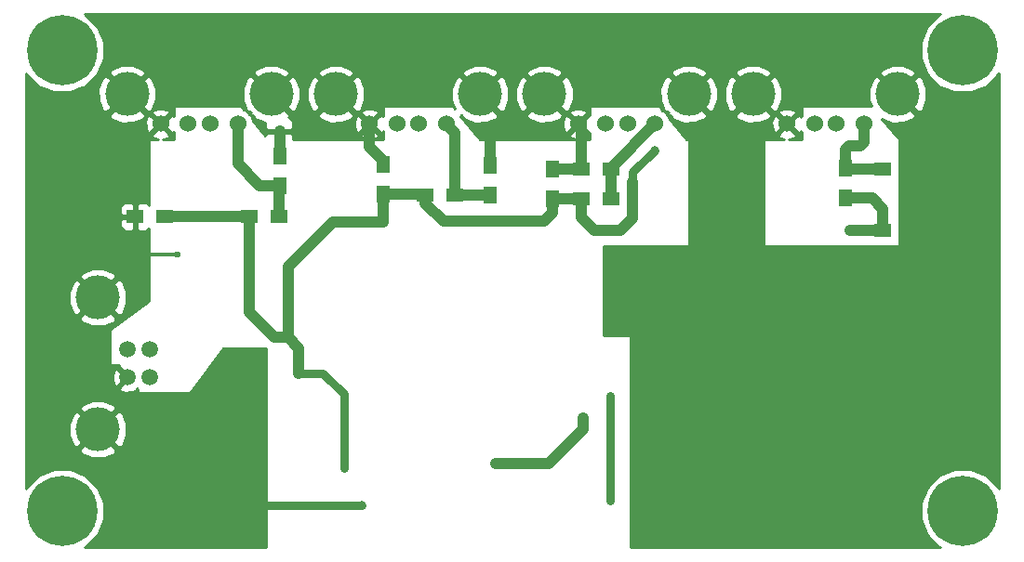
<source format=gbr>
%TF.GenerationSoftware,KiCad,Pcbnew,(2017-10-23 revision a562525)-master*%
%TF.CreationDate,2017-11-11T10:42:01+01:00*%
%TF.ProjectId,USB-Hub V2.0,5553422D4875622056322E302E6B6963,a*%
%TF.SameCoordinates,Original*%
%TF.FileFunction,Copper,L2,Bot,Signal*%
%TF.FilePolarity,Positive*%
%FSLAX46Y46*%
G04 Gerber Fmt 4.6, Leading zero omitted, Abs format (unit mm)*
G04 Created by KiCad (PCBNEW (2017-10-23 revision a562525)-master) date Saturday, 11. November 2017 'u42' 10:42:01*
%MOMM*%
%LPD*%
G01*
G04 APERTURE LIST*
%TA.AperFunction,ComponentPad*%
%ADD10C,1.500000*%
%TD*%
%TA.AperFunction,ComponentPad*%
%ADD11C,4.000000*%
%TD*%
%TA.AperFunction,ComponentPad*%
%ADD12C,1.524000*%
%TD*%
%TA.AperFunction,SMDPad,CuDef*%
%ADD13R,1.500000X1.300000*%
%TD*%
%TA.AperFunction,SMDPad,CuDef*%
%ADD14R,1.300000X1.500000*%
%TD*%
%TA.AperFunction,ComponentPad*%
%ADD15C,6.400000*%
%TD*%
%TA.AperFunction,ViaPad*%
%ADD16C,0.800000*%
%TD*%
%TA.AperFunction,ViaPad*%
%ADD17C,0.600000*%
%TD*%
%TA.AperFunction,Conductor*%
%ADD18C,0.750000*%
%TD*%
%TA.AperFunction,Conductor*%
%ADD19C,1.000000*%
%TD*%
%TA.AperFunction,Conductor*%
%ADD20C,0.350000*%
%TD*%
%TA.AperFunction,Conductor*%
%ADD21C,0.254000*%
%TD*%
G04 APERTURE END LIST*
D10*
%TO.P,J1,1*%
%TO.N,VBUS_UP_P*%
X96975500Y-98786000D03*
%TO.P,J1,2*%
%TO.N,/USB_D_1-*%
X96975500Y-96286000D03*
%TO.P,J1,4*%
%TO.N,GND*%
X94975500Y-98806000D03*
%TO.P,J1,3*%
%TO.N,/USB_D_1+*%
X94975500Y-96286000D03*
D11*
%TO.P,J1,4*%
%TO.N,GND*%
X92265500Y-103556000D03*
X92265500Y-91516000D03*
%TD*%
%TO.P,J6,4*%
%TO.N,GND*%
X165070000Y-73000000D03*
X151930000Y-73000000D03*
D12*
%TO.P,J6,1*%
%TO.N,Net-(C10-Pad1)*%
X162000000Y-75700000D03*
%TO.P,J6,2*%
%TO.N,/DM4_3-*%
X159500000Y-75700000D03*
%TO.P,J6,3*%
%TO.N,/DM4_3+*%
X157500000Y-75700000D03*
%TO.P,J6,4*%
%TO.N,GND*%
X155000000Y-75700000D03*
%TD*%
D11*
%TO.P,J7,4*%
%TO.N,GND*%
X146070000Y-73000000D03*
X132930000Y-73000000D03*
D12*
%TO.P,J7,1*%
%TO.N,Net-(C11-Pad1)*%
X143000000Y-75700000D03*
%TO.P,J7,2*%
%TO.N,/DM3_3-*%
X140500000Y-75700000D03*
%TO.P,J7,3*%
%TO.N,/DM3_3+*%
X138500000Y-75700000D03*
%TO.P,J7,4*%
%TO.N,GND*%
X136000000Y-75700000D03*
%TD*%
D11*
%TO.P,J8,4*%
%TO.N,GND*%
X127070000Y-73000000D03*
X113930000Y-73000000D03*
D12*
%TO.P,J8,1*%
%TO.N,Net-(C12-Pad1)*%
X124000000Y-75700000D03*
%TO.P,J8,2*%
%TO.N,/DM2_3-*%
X121500000Y-75700000D03*
%TO.P,J8,3*%
%TO.N,/DM2_3+*%
X119500000Y-75700000D03*
%TO.P,J8,4*%
%TO.N,GND*%
X117000000Y-75700000D03*
%TD*%
D11*
%TO.P,J9,4*%
%TO.N,GND*%
X108070000Y-73000000D03*
X94930000Y-73000000D03*
D12*
%TO.P,J9,1*%
%TO.N,Net-(C13-Pad1)*%
X105000000Y-75700000D03*
%TO.P,J9,2*%
%TO.N,/DM1_3-*%
X102500000Y-75700000D03*
%TO.P,J9,3*%
%TO.N,/DM1_3+*%
X100500000Y-75700000D03*
%TO.P,J9,4*%
%TO.N,GND*%
X98000000Y-75700000D03*
%TD*%
D13*
%TO.P,C6,2*%
%TO.N,VCC_5V*%
X163750000Y-85394800D03*
%TO.P,C6,1*%
%TO.N,GND*%
X166450000Y-85394800D03*
%TD*%
D14*
%TO.P,C7,2*%
%TO.N,VCC_5V*%
X133629400Y-82553800D03*
%TO.P,C7,1*%
%TO.N,GND*%
X133629400Y-79853800D03*
%TD*%
%TO.P,C8,1*%
%TO.N,GND*%
X118262400Y-79422000D03*
%TO.P,C8,2*%
%TO.N,VCC_5V*%
X118262400Y-82122000D03*
%TD*%
D13*
%TO.P,C9,1*%
%TO.N,GND*%
X95678000Y-84175600D03*
%TO.P,C9,2*%
%TO.N,VCC_5V*%
X98378000Y-84175600D03*
%TD*%
%TO.P,C10,2*%
%TO.N,GND*%
X166450000Y-79806800D03*
%TO.P,C10,1*%
%TO.N,Net-(C10-Pad1)*%
X163750000Y-79806800D03*
%TD*%
%TO.P,C11,1*%
%TO.N,Net-(C11-Pad1)*%
X138967200Y-79832200D03*
%TO.P,C11,2*%
%TO.N,GND*%
X136267200Y-79832200D03*
%TD*%
D14*
%TO.P,C12,1*%
%TO.N,Net-(C12-Pad1)*%
X128016000Y-82223600D03*
%TO.P,C12,2*%
%TO.N,GND*%
X128016000Y-79523600D03*
%TD*%
%TO.P,C13,2*%
%TO.N,GND*%
X108813600Y-78660000D03*
%TO.P,C13,1*%
%TO.N,Net-(C13-Pad1)*%
X108813600Y-81360000D03*
%TD*%
D15*
%TO.P,J2,1*%
%TO.N,Net-(J2-Pad1)*%
X171000000Y-69000000D03*
%TD*%
%TO.P,J3,1*%
%TO.N,Net-(J3-Pad1)*%
X89000000Y-69000000D03*
%TD*%
%TO.P,J4,1*%
%TO.N,Net-(J4-Pad1)*%
X171000000Y-111000000D03*
%TD*%
%TO.P,J5,1*%
%TO.N,Net-(J5-Pad1)*%
X89000000Y-111000000D03*
%TD*%
D14*
%TO.P,L1,1*%
%TO.N,VCC_5V*%
X160324800Y-82477600D03*
%TO.P,L1,2*%
%TO.N,Net-(C10-Pad1)*%
X160324800Y-79777600D03*
%TD*%
D13*
%TO.P,L2,1*%
%TO.N,VCC_5V*%
X136267200Y-82575400D03*
%TO.P,L2,2*%
%TO.N,Net-(C11-Pad1)*%
X138967200Y-82575400D03*
%TD*%
%TO.P,L3,2*%
%TO.N,Net-(C12-Pad1)*%
X124794000Y-82194400D03*
%TO.P,L3,1*%
%TO.N,VCC_5V*%
X122094000Y-82194400D03*
%TD*%
%TO.P,L4,2*%
%TO.N,Net-(C13-Pad1)*%
X108792000Y-84175600D03*
%TO.P,L4,1*%
%TO.N,VCC_5V*%
X106092000Y-84175600D03*
%TD*%
D16*
%TO.N,VCC_5V*%
X142951200Y-78105000D03*
X160705800Y-85420200D03*
X118262400Y-84632800D03*
D17*
X101498400Y-84175600D03*
X114681000Y-107061000D03*
X110553500Y-98425000D03*
D16*
%TO.N,GND*%
X147574000Y-82931000D03*
X161163000Y-87376000D03*
X116332000Y-110490000D03*
D17*
X99517200Y-87630000D03*
D16*
X106730800Y-102057200D03*
D17*
X107124500Y-105283000D03*
X100457000Y-101155500D03*
X105283000Y-98425000D03*
X141922500Y-105918000D03*
X140906500Y-90297000D03*
X150558500Y-92583000D03*
D16*
%TO.N,VCC33*%
X136448800Y-102514400D03*
X128473200Y-106629200D03*
D17*
%TO.N,OVC*%
X138887200Y-100482400D03*
X138887200Y-110083600D03*
%TD*%
D18*
%TO.N,VCC_5V*%
X140944600Y-80111600D02*
X142951200Y-78105000D01*
X140944600Y-81051400D02*
X140944600Y-80111600D01*
D19*
X136267200Y-82575400D02*
X136267200Y-84225400D01*
X136267200Y-84225400D02*
X137462000Y-85420200D01*
X137462000Y-85420200D02*
X139801600Y-85420200D01*
X139801600Y-85420200D02*
X140944600Y-84277200D01*
X140944600Y-84277200D02*
X140944600Y-81051400D01*
X122094000Y-82194400D02*
X122094000Y-82927200D01*
X122094000Y-82927200D02*
X123723400Y-84556600D01*
X123723400Y-84556600D02*
X132867400Y-84556600D01*
X132867400Y-84556600D02*
X133629400Y-83794600D01*
X133629400Y-83794600D02*
X133629400Y-82553800D01*
X133629400Y-82553800D02*
X136245600Y-82553800D01*
X136245600Y-82553800D02*
X136267200Y-82575400D01*
X160705800Y-85420200D02*
X163724600Y-85420200D01*
X163724600Y-85420200D02*
X163750000Y-85394800D01*
X162763200Y-82473800D02*
X163750000Y-83460600D01*
X163750000Y-83460600D02*
X163750000Y-85394800D01*
X161978600Y-82473800D02*
X162763200Y-82473800D01*
X160324800Y-82477600D02*
X161974800Y-82477600D01*
X161974800Y-82477600D02*
X161978600Y-82473800D01*
X118262400Y-82122000D02*
X122021600Y-82122000D01*
X122021600Y-82122000D02*
X122094000Y-82194400D01*
X118262400Y-84632800D02*
X118262400Y-82122000D01*
X109575600Y-95148400D02*
X109575600Y-88747600D01*
X109575600Y-88747600D02*
X113690400Y-84632800D01*
X113690400Y-84632800D02*
X118262400Y-84632800D01*
X106092000Y-84175600D02*
X106092000Y-92884000D01*
X106092000Y-92884000D02*
X108356400Y-95148400D01*
X108356400Y-95148400D02*
X109575600Y-95148400D01*
X109575600Y-95148400D02*
X110553500Y-96126300D01*
X110553500Y-96126300D02*
X110553500Y-98425000D01*
X106092000Y-84175600D02*
X101498400Y-84175600D01*
X101498400Y-84175600D02*
X98378000Y-84175600D01*
D18*
X114681000Y-107061000D02*
X114681000Y-100330000D01*
X114681000Y-100330000D02*
X112776000Y-98425000D01*
X112776000Y-98425000D02*
X110553500Y-98425000D01*
D19*
%TO.N,GND*%
X136267200Y-79832200D02*
X136267200Y-75967200D01*
X136267200Y-75967200D02*
X136000000Y-75700000D01*
X133629400Y-79853800D02*
X136245600Y-79853800D01*
X136245600Y-79853800D02*
X136267200Y-79832200D01*
X128016000Y-77773600D02*
X128016000Y-76555600D01*
X128016000Y-79523600D02*
X128016000Y-77773600D01*
X118262400Y-79422000D02*
X118262400Y-79095600D01*
X118262400Y-79095600D02*
X117000000Y-77833200D01*
X117000000Y-77833200D02*
X117000000Y-75700000D01*
X108813600Y-78660000D02*
X108813600Y-76352400D01*
D18*
X116332000Y-110490000D02*
X106426000Y-110490000D01*
D20*
X99517200Y-87630000D02*
X96570800Y-87630000D01*
D19*
%TO.N,VCC33*%
X136448800Y-103530400D02*
X136448800Y-102514400D01*
X133350000Y-106629200D02*
X136448800Y-103530400D01*
X128473200Y-106629200D02*
X133350000Y-106629200D01*
%TO.N,Net-(C10-Pad1)*%
X161671000Y-77673200D02*
X162000000Y-77344200D01*
X162000000Y-77344200D02*
X162000000Y-75700000D01*
X160679200Y-77673200D02*
X161671000Y-77673200D01*
X160324800Y-79777600D02*
X160324800Y-78027600D01*
X160324800Y-78027600D02*
X160679200Y-77673200D01*
X163750000Y-79806800D02*
X160354000Y-79806800D01*
X160354000Y-79806800D02*
X160324800Y-79777600D01*
%TO.N,Net-(C11-Pad1)*%
X138967200Y-79832200D02*
X138967200Y-79732800D01*
X138967200Y-79732800D02*
X143000000Y-75700000D01*
X138967200Y-82575400D02*
X138967200Y-79832200D01*
%TO.N,Net-(C12-Pad1)*%
X124794000Y-82194400D02*
X127986800Y-82194400D01*
X127986800Y-82194400D02*
X128016000Y-82223600D01*
X124794000Y-82194400D02*
X124794000Y-76494000D01*
X124794000Y-76494000D02*
X124000000Y-75700000D01*
%TO.N,Net-(C13-Pad1)*%
X108813600Y-81360000D02*
X107014000Y-81360000D01*
X107014000Y-81360000D02*
X105000000Y-79346000D01*
X108792000Y-84175600D02*
X108792000Y-81381600D01*
D18*
X108792000Y-81381600D02*
X108813600Y-81360000D01*
D19*
X105000000Y-79346000D02*
X105000000Y-75700000D01*
D18*
%TO.N,OVC*%
X138887200Y-110083600D02*
X138887200Y-100482400D01*
%TD*%
D21*
%TO.N,GND*%
G36*
X168830485Y-65746950D02*
X167750741Y-66824811D01*
X167165667Y-68233825D01*
X167164336Y-69759482D01*
X167746950Y-71169515D01*
X168824811Y-72249259D01*
X170233825Y-72834333D01*
X171759482Y-72835664D01*
X173169515Y-72253050D01*
X174249259Y-71175189D01*
X174290000Y-71077074D01*
X174290000Y-108919911D01*
X174253050Y-108830485D01*
X173175189Y-107750741D01*
X171766175Y-107165667D01*
X170240518Y-107164336D01*
X168830485Y-107746950D01*
X167750741Y-108824811D01*
X167165667Y-110233825D01*
X167164336Y-111759482D01*
X167746950Y-113169515D01*
X168824811Y-114249259D01*
X168922926Y-114290000D01*
X165227000Y-114290000D01*
X165227000Y-77216000D01*
X165217333Y-77167399D01*
X165197564Y-77134697D01*
X163637734Y-75262901D01*
X164567012Y-75639119D01*
X165615247Y-75630713D01*
X166544647Y-75245743D01*
X166765416Y-74875022D01*
X165070000Y-73179605D01*
X165055858Y-73193748D01*
X164876252Y-73014142D01*
X164890395Y-73000000D01*
X165249605Y-73000000D01*
X166945022Y-74695416D01*
X167315743Y-74474647D01*
X167709119Y-73502988D01*
X167700713Y-72454753D01*
X167315743Y-71525353D01*
X166945022Y-71304584D01*
X165249605Y-73000000D01*
X164890395Y-73000000D01*
X163194978Y-71304584D01*
X162824257Y-71525353D01*
X162430881Y-72497012D01*
X162439287Y-73545247D01*
X162669492Y-74101010D01*
X162657564Y-74086697D01*
X162619024Y-74055549D01*
X162560000Y-74041000D01*
X156464000Y-74041000D01*
X156415399Y-74050667D01*
X156374197Y-74078197D01*
X156346667Y-74119399D01*
X156337000Y-74168000D01*
X156337000Y-74887037D01*
X156316371Y-74907630D01*
X156256630Y-75051503D01*
X156222397Y-74968857D01*
X155980213Y-74899392D01*
X155179605Y-75700000D01*
X155980213Y-76500608D01*
X156222397Y-76431143D01*
X156253974Y-76342633D01*
X156314990Y-76490303D01*
X156337000Y-76512351D01*
X156337000Y-77089000D01*
X155194766Y-77089000D01*
X155347368Y-77081362D01*
X155731143Y-76922397D01*
X155800608Y-76680213D01*
X155000000Y-75879605D01*
X154199392Y-76680213D01*
X154268857Y-76922397D01*
X154735839Y-77089000D01*
X145855483Y-77089000D01*
X144328213Y-75256276D01*
X144185892Y-74911832D01*
X144261834Y-74987774D01*
X144374585Y-74875023D01*
X144595353Y-75245743D01*
X145567012Y-75639119D01*
X146615247Y-75630713D01*
X147544647Y-75245743D01*
X147765416Y-74875022D01*
X150234584Y-74875022D01*
X150455353Y-75245743D01*
X151427012Y-75639119D01*
X152475247Y-75630713D01*
X152809400Y-75492302D01*
X153590856Y-75492302D01*
X153618638Y-76047368D01*
X153777603Y-76431143D01*
X154019787Y-76500608D01*
X154820395Y-75700000D01*
X154019787Y-74899392D01*
X153777603Y-74968857D01*
X153590856Y-75492302D01*
X152809400Y-75492302D01*
X153404647Y-75245743D01*
X153625416Y-74875022D01*
X153470182Y-74719787D01*
X154199392Y-74719787D01*
X155000000Y-75520395D01*
X155800608Y-74719787D01*
X155731143Y-74477603D01*
X155207698Y-74290856D01*
X154652632Y-74318638D01*
X154268857Y-74477603D01*
X154199392Y-74719787D01*
X153470182Y-74719787D01*
X151930000Y-73179605D01*
X150234584Y-74875022D01*
X147765416Y-74875022D01*
X146070000Y-73179605D01*
X146055858Y-73193748D01*
X145876252Y-73014142D01*
X145890395Y-73000000D01*
X146249605Y-73000000D01*
X147945022Y-74695416D01*
X148315743Y-74474647D01*
X148709119Y-73502988D01*
X148701052Y-72497012D01*
X149290881Y-72497012D01*
X149299287Y-73545247D01*
X149684257Y-74474647D01*
X150054978Y-74695416D01*
X151750395Y-73000000D01*
X152109605Y-73000000D01*
X153805022Y-74695416D01*
X154175743Y-74474647D01*
X154569119Y-73502988D01*
X154560713Y-72454753D01*
X154175743Y-71525353D01*
X153805022Y-71304584D01*
X152109605Y-73000000D01*
X151750395Y-73000000D01*
X150054978Y-71304584D01*
X149684257Y-71525353D01*
X149290881Y-72497012D01*
X148701052Y-72497012D01*
X148700713Y-72454753D01*
X148315743Y-71525353D01*
X147945022Y-71304584D01*
X146249605Y-73000000D01*
X145890395Y-73000000D01*
X144194978Y-71304584D01*
X143824257Y-71525353D01*
X143430881Y-72497012D01*
X143439287Y-73545247D01*
X143824257Y-74474647D01*
X144194977Y-74695415D01*
X144082942Y-74807450D01*
X143792370Y-74516371D01*
X143668902Y-74465103D01*
X143353564Y-74086697D01*
X143315024Y-74055549D01*
X143256000Y-74041000D01*
X137160000Y-74041000D01*
X137111399Y-74050667D01*
X137070197Y-74078197D01*
X137042667Y-74119399D01*
X137033000Y-74168000D01*
X137033000Y-74914533D01*
X136980213Y-74899392D01*
X136179605Y-75700000D01*
X136980213Y-76500608D01*
X137033000Y-76485467D01*
X137033000Y-77089000D01*
X136194766Y-77089000D01*
X136347368Y-77081362D01*
X136731143Y-76922397D01*
X136800608Y-76680213D01*
X136000000Y-75879605D01*
X135199392Y-76680213D01*
X135268857Y-76922397D01*
X135735839Y-77089000D01*
X127059483Y-77089000D01*
X125287267Y-74962341D01*
X125374585Y-74875023D01*
X125595353Y-75245743D01*
X126567012Y-75639119D01*
X127615247Y-75630713D01*
X128544647Y-75245743D01*
X128765416Y-74875022D01*
X131234584Y-74875022D01*
X131455353Y-75245743D01*
X132427012Y-75639119D01*
X133475247Y-75630713D01*
X133809400Y-75492302D01*
X134590856Y-75492302D01*
X134618638Y-76047368D01*
X134777603Y-76431143D01*
X135019787Y-76500608D01*
X135820395Y-75700000D01*
X135019787Y-74899392D01*
X134777603Y-74968857D01*
X134590856Y-75492302D01*
X133809400Y-75492302D01*
X134404647Y-75245743D01*
X134625416Y-74875022D01*
X134470182Y-74719787D01*
X135199392Y-74719787D01*
X136000000Y-75520395D01*
X136800608Y-74719787D01*
X136731143Y-74477603D01*
X136207698Y-74290856D01*
X135652632Y-74318638D01*
X135268857Y-74477603D01*
X135199392Y-74719787D01*
X134470182Y-74719787D01*
X132930000Y-73179605D01*
X131234584Y-74875022D01*
X128765416Y-74875022D01*
X127070000Y-73179605D01*
X127055858Y-73193748D01*
X126876252Y-73014142D01*
X126890395Y-73000000D01*
X127249605Y-73000000D01*
X128945022Y-74695416D01*
X129315743Y-74474647D01*
X129709119Y-73502988D01*
X129701052Y-72497012D01*
X130290881Y-72497012D01*
X130299287Y-73545247D01*
X130684257Y-74474647D01*
X131054978Y-74695416D01*
X132750395Y-73000000D01*
X133109605Y-73000000D01*
X134805022Y-74695416D01*
X135175743Y-74474647D01*
X135569119Y-73502988D01*
X135560713Y-72454753D01*
X135175743Y-71525353D01*
X134805022Y-71304584D01*
X133109605Y-73000000D01*
X132750395Y-73000000D01*
X131054978Y-71304584D01*
X130684257Y-71525353D01*
X130290881Y-72497012D01*
X129701052Y-72497012D01*
X129700713Y-72454753D01*
X129315743Y-71525353D01*
X128945022Y-71304584D01*
X127249605Y-73000000D01*
X126890395Y-73000000D01*
X125194978Y-71304584D01*
X124824257Y-71525353D01*
X124430881Y-72497012D01*
X124439287Y-73545247D01*
X124768321Y-74339605D01*
X124557564Y-74086697D01*
X124519024Y-74055549D01*
X124460000Y-74041000D01*
X118364000Y-74041000D01*
X118315399Y-74050667D01*
X118274197Y-74078197D01*
X118246667Y-74119399D01*
X118237000Y-74168000D01*
X118237000Y-75004112D01*
X118222397Y-74968857D01*
X117980213Y-74899392D01*
X117179605Y-75700000D01*
X117980213Y-76500608D01*
X118222397Y-76431143D01*
X118237000Y-76390211D01*
X118237000Y-77089000D01*
X117194766Y-77089000D01*
X117347368Y-77081362D01*
X117731143Y-76922397D01*
X117800608Y-76680213D01*
X117000000Y-75879605D01*
X116199392Y-76680213D01*
X116268857Y-76922397D01*
X116735839Y-77089000D01*
X110047800Y-77089000D01*
X110047800Y-76710550D01*
X109889050Y-76551800D01*
X108889800Y-76551800D01*
X108889800Y-76571800D01*
X108635800Y-76571800D01*
X108635800Y-76551800D01*
X107636550Y-76551800D01*
X107477800Y-76710550D01*
X107477800Y-76755780D01*
X106397211Y-75459073D01*
X106397242Y-75423339D01*
X106185892Y-74911832D01*
X106261834Y-74987774D01*
X106374585Y-74875023D01*
X106595353Y-75245743D01*
X107477800Y-75603002D01*
X107477800Y-76139050D01*
X107636550Y-76297800D01*
X108635800Y-76297800D01*
X108635800Y-76277800D01*
X108889800Y-76277800D01*
X108889800Y-76297800D01*
X109889050Y-76297800D01*
X110047800Y-76139050D01*
X110047800Y-75548491D01*
X109951127Y-75315102D01*
X109772499Y-75136473D01*
X109641927Y-75082388D01*
X109765416Y-74875022D01*
X112234584Y-74875022D01*
X112455353Y-75245743D01*
X113427012Y-75639119D01*
X114475247Y-75630713D01*
X114809400Y-75492302D01*
X115590856Y-75492302D01*
X115618638Y-76047368D01*
X115777603Y-76431143D01*
X116019787Y-76500608D01*
X116820395Y-75700000D01*
X116019787Y-74899392D01*
X115777603Y-74968857D01*
X115590856Y-75492302D01*
X114809400Y-75492302D01*
X115404647Y-75245743D01*
X115625416Y-74875022D01*
X115470182Y-74719787D01*
X116199392Y-74719787D01*
X117000000Y-75520395D01*
X117800608Y-74719787D01*
X117731143Y-74477603D01*
X117207698Y-74290856D01*
X116652632Y-74318638D01*
X116268857Y-74477603D01*
X116199392Y-74719787D01*
X115470182Y-74719787D01*
X113930000Y-73179605D01*
X112234584Y-74875022D01*
X109765416Y-74875022D01*
X108070000Y-73179605D01*
X108055858Y-73193748D01*
X107876252Y-73014142D01*
X107890395Y-73000000D01*
X108249605Y-73000000D01*
X109945022Y-74695416D01*
X110315743Y-74474647D01*
X110709119Y-73502988D01*
X110701052Y-72497012D01*
X111290881Y-72497012D01*
X111299287Y-73545247D01*
X111684257Y-74474647D01*
X112054978Y-74695416D01*
X113750395Y-73000000D01*
X114109605Y-73000000D01*
X115805022Y-74695416D01*
X116175743Y-74474647D01*
X116569119Y-73502988D01*
X116560713Y-72454753D01*
X116175743Y-71525353D01*
X115805022Y-71304584D01*
X114109605Y-73000000D01*
X113750395Y-73000000D01*
X112054978Y-71304584D01*
X111684257Y-71525353D01*
X111290881Y-72497012D01*
X110701052Y-72497012D01*
X110700713Y-72454753D01*
X110315743Y-71525353D01*
X109945022Y-71304584D01*
X108249605Y-73000000D01*
X107890395Y-73000000D01*
X106194978Y-71304584D01*
X105824257Y-71525353D01*
X105430881Y-72497012D01*
X105439287Y-73545247D01*
X105824257Y-74474647D01*
X106194977Y-74695415D01*
X106082942Y-74807450D01*
X105792370Y-74516371D01*
X105515990Y-74401608D01*
X105253564Y-74086697D01*
X105215024Y-74055549D01*
X105156000Y-74041000D01*
X99314000Y-74041000D01*
X99265399Y-74050667D01*
X99224197Y-74078197D01*
X99196667Y-74119399D01*
X99187000Y-74168000D01*
X99187000Y-74958704D01*
X98980213Y-74899392D01*
X98179605Y-75700000D01*
X98980213Y-76500608D01*
X99187000Y-76441296D01*
X99187000Y-77089000D01*
X98194766Y-77089000D01*
X98347368Y-77081362D01*
X98731143Y-76922397D01*
X98800608Y-76680213D01*
X98000000Y-75879605D01*
X97199392Y-76680213D01*
X97268857Y-76922397D01*
X97735839Y-77089000D01*
X97028000Y-77089000D01*
X96979399Y-77098667D01*
X96938197Y-77126197D01*
X96910667Y-77167399D01*
X96901000Y-77216000D01*
X96901000Y-83100574D01*
X96787698Y-82987273D01*
X96554309Y-82890600D01*
X95963750Y-82890600D01*
X95805000Y-83049350D01*
X95805000Y-84048600D01*
X95825000Y-84048600D01*
X95825000Y-84302600D01*
X95805000Y-84302600D01*
X95805000Y-85301850D01*
X95963750Y-85460600D01*
X96554309Y-85460600D01*
X96787698Y-85363927D01*
X96901000Y-85250626D01*
X96901000Y-91882644D01*
X93398183Y-94384656D01*
X93364254Y-94420771D01*
X93345000Y-94488000D01*
X93345000Y-97536000D01*
X93354667Y-97584601D01*
X93382197Y-97625803D01*
X93423399Y-97653333D01*
X93472000Y-97663000D01*
X94231977Y-97663000D01*
X94183588Y-97834483D01*
X94975500Y-98626395D01*
X94989643Y-98612253D01*
X95169248Y-98791858D01*
X95155105Y-98806000D01*
X95169248Y-98820143D01*
X94989643Y-98999748D01*
X94975500Y-98985605D01*
X94183588Y-99777517D01*
X94251577Y-100018460D01*
X94770671Y-100203201D01*
X95320948Y-100175230D01*
X95699423Y-100018460D01*
X95767411Y-99777519D01*
X95882466Y-99892574D01*
X95885000Y-99890040D01*
X95885000Y-100076000D01*
X95894667Y-100124601D01*
X95922197Y-100165803D01*
X95963399Y-100193333D01*
X96012000Y-100203000D01*
X100584000Y-100203000D01*
X100632601Y-100193333D01*
X100685600Y-100152200D01*
X103695500Y-96139000D01*
X107569000Y-96139000D01*
X107569000Y-114290000D01*
X91080089Y-114290000D01*
X91169515Y-114253050D01*
X92249259Y-113175189D01*
X92834333Y-111766175D01*
X92835664Y-110240518D01*
X92253050Y-108830485D01*
X91175189Y-107750741D01*
X89766175Y-107165667D01*
X88240518Y-107164336D01*
X86830485Y-107746950D01*
X85750741Y-108824811D01*
X85710000Y-108922926D01*
X85710000Y-105431022D01*
X90570084Y-105431022D01*
X90790853Y-105801743D01*
X91762512Y-106195119D01*
X92810747Y-106186713D01*
X93740147Y-105801743D01*
X93960916Y-105431022D01*
X92265500Y-103735605D01*
X90570084Y-105431022D01*
X85710000Y-105431022D01*
X85710000Y-103053012D01*
X89626381Y-103053012D01*
X89634787Y-104101247D01*
X90019757Y-105030647D01*
X90390478Y-105251416D01*
X92085895Y-103556000D01*
X92445105Y-103556000D01*
X94140522Y-105251416D01*
X94511243Y-105030647D01*
X94904619Y-104058988D01*
X94896213Y-103010753D01*
X94511243Y-102081353D01*
X94140522Y-101860584D01*
X92445105Y-103556000D01*
X92085895Y-103556000D01*
X90390478Y-101860584D01*
X90019757Y-102081353D01*
X89626381Y-103053012D01*
X85710000Y-103053012D01*
X85710000Y-101680978D01*
X90570084Y-101680978D01*
X92265500Y-103376395D01*
X93960916Y-101680978D01*
X93740147Y-101310257D01*
X92768488Y-100916881D01*
X91720253Y-100925287D01*
X90790853Y-101310257D01*
X90570084Y-101680978D01*
X85710000Y-101680978D01*
X85710000Y-98601171D01*
X93578299Y-98601171D01*
X93606270Y-99151448D01*
X93763040Y-99529923D01*
X94003983Y-99597912D01*
X94795895Y-98806000D01*
X94003983Y-98014088D01*
X93763040Y-98082077D01*
X93578299Y-98601171D01*
X85710000Y-98601171D01*
X85710000Y-93391022D01*
X90570084Y-93391022D01*
X90790853Y-93761743D01*
X91762512Y-94155119D01*
X92810747Y-94146713D01*
X93740147Y-93761743D01*
X93960916Y-93391022D01*
X92265500Y-91695605D01*
X90570084Y-93391022D01*
X85710000Y-93391022D01*
X85710000Y-91013012D01*
X89626381Y-91013012D01*
X89634787Y-92061247D01*
X90019757Y-92990647D01*
X90390478Y-93211416D01*
X92085895Y-91516000D01*
X92445105Y-91516000D01*
X94140522Y-93211416D01*
X94511243Y-92990647D01*
X94904619Y-92018988D01*
X94896213Y-90970753D01*
X94511243Y-90041353D01*
X94140522Y-89820584D01*
X92445105Y-91516000D01*
X92085895Y-91516000D01*
X90390478Y-89820584D01*
X90019757Y-90041353D01*
X89626381Y-91013012D01*
X85710000Y-91013012D01*
X85710000Y-89640978D01*
X90570084Y-89640978D01*
X92265500Y-91336395D01*
X93960916Y-89640978D01*
X93740147Y-89270257D01*
X92768488Y-88876881D01*
X91720253Y-88885287D01*
X90790853Y-89270257D01*
X90570084Y-89640978D01*
X85710000Y-89640978D01*
X85710000Y-84461350D01*
X94293000Y-84461350D01*
X94293000Y-84951910D01*
X94389673Y-85185299D01*
X94568302Y-85363927D01*
X94801691Y-85460600D01*
X95392250Y-85460600D01*
X95551000Y-85301850D01*
X95551000Y-84302600D01*
X94451750Y-84302600D01*
X94293000Y-84461350D01*
X85710000Y-84461350D01*
X85710000Y-83399290D01*
X94293000Y-83399290D01*
X94293000Y-83889850D01*
X94451750Y-84048600D01*
X95551000Y-84048600D01*
X95551000Y-83049350D01*
X95392250Y-82890600D01*
X94801691Y-82890600D01*
X94568302Y-82987273D01*
X94389673Y-83165901D01*
X94293000Y-83399290D01*
X85710000Y-83399290D01*
X85710000Y-74875022D01*
X93234584Y-74875022D01*
X93455353Y-75245743D01*
X94427012Y-75639119D01*
X95475247Y-75630713D01*
X95809400Y-75492302D01*
X96590856Y-75492302D01*
X96618638Y-76047368D01*
X96777603Y-76431143D01*
X97019787Y-76500608D01*
X97820395Y-75700000D01*
X97019787Y-74899392D01*
X96777603Y-74968857D01*
X96590856Y-75492302D01*
X95809400Y-75492302D01*
X96404647Y-75245743D01*
X96625416Y-74875022D01*
X96470182Y-74719787D01*
X97199392Y-74719787D01*
X98000000Y-75520395D01*
X98800608Y-74719787D01*
X98731143Y-74477603D01*
X98207698Y-74290856D01*
X97652632Y-74318638D01*
X97268857Y-74477603D01*
X97199392Y-74719787D01*
X96470182Y-74719787D01*
X94930000Y-73179605D01*
X93234584Y-74875022D01*
X85710000Y-74875022D01*
X85710000Y-71080089D01*
X85746950Y-71169515D01*
X86824811Y-72249259D01*
X88233825Y-72834333D01*
X89759482Y-72835664D01*
X90579082Y-72497012D01*
X92290881Y-72497012D01*
X92299287Y-73545247D01*
X92684257Y-74474647D01*
X93054978Y-74695416D01*
X94750395Y-73000000D01*
X95109605Y-73000000D01*
X96805022Y-74695416D01*
X97175743Y-74474647D01*
X97569119Y-73502988D01*
X97560713Y-72454753D01*
X97175743Y-71525353D01*
X96805022Y-71304584D01*
X95109605Y-73000000D01*
X94750395Y-73000000D01*
X93054978Y-71304584D01*
X92684257Y-71525353D01*
X92290881Y-72497012D01*
X90579082Y-72497012D01*
X91169515Y-72253050D01*
X92249259Y-71175189D01*
X92270108Y-71124978D01*
X93234584Y-71124978D01*
X94930000Y-72820395D01*
X96625416Y-71124978D01*
X106374584Y-71124978D01*
X108070000Y-72820395D01*
X109765416Y-71124978D01*
X112234584Y-71124978D01*
X113930000Y-72820395D01*
X115625416Y-71124978D01*
X125374584Y-71124978D01*
X127070000Y-72820395D01*
X128765416Y-71124978D01*
X131234584Y-71124978D01*
X132930000Y-72820395D01*
X134625416Y-71124978D01*
X144374584Y-71124978D01*
X146070000Y-72820395D01*
X147765416Y-71124978D01*
X150234584Y-71124978D01*
X151930000Y-72820395D01*
X153625416Y-71124978D01*
X163374584Y-71124978D01*
X165070000Y-72820395D01*
X166765416Y-71124978D01*
X166544647Y-70754257D01*
X165572988Y-70360881D01*
X164524753Y-70369287D01*
X163595353Y-70754257D01*
X163374584Y-71124978D01*
X153625416Y-71124978D01*
X153404647Y-70754257D01*
X152432988Y-70360881D01*
X151384753Y-70369287D01*
X150455353Y-70754257D01*
X150234584Y-71124978D01*
X147765416Y-71124978D01*
X147544647Y-70754257D01*
X146572988Y-70360881D01*
X145524753Y-70369287D01*
X144595353Y-70754257D01*
X144374584Y-71124978D01*
X134625416Y-71124978D01*
X134404647Y-70754257D01*
X133432988Y-70360881D01*
X132384753Y-70369287D01*
X131455353Y-70754257D01*
X131234584Y-71124978D01*
X128765416Y-71124978D01*
X128544647Y-70754257D01*
X127572988Y-70360881D01*
X126524753Y-70369287D01*
X125595353Y-70754257D01*
X125374584Y-71124978D01*
X115625416Y-71124978D01*
X115404647Y-70754257D01*
X114432988Y-70360881D01*
X113384753Y-70369287D01*
X112455353Y-70754257D01*
X112234584Y-71124978D01*
X109765416Y-71124978D01*
X109544647Y-70754257D01*
X108572988Y-70360881D01*
X107524753Y-70369287D01*
X106595353Y-70754257D01*
X106374584Y-71124978D01*
X96625416Y-71124978D01*
X96404647Y-70754257D01*
X95432988Y-70360881D01*
X94384753Y-70369287D01*
X93455353Y-70754257D01*
X93234584Y-71124978D01*
X92270108Y-71124978D01*
X92834333Y-69766175D01*
X92835664Y-68240518D01*
X92253050Y-66830485D01*
X91175189Y-65750741D01*
X91077074Y-65710000D01*
X168919911Y-65710000D01*
X168830485Y-65746950D01*
X168830485Y-65746950D01*
G37*
X168830485Y-65746950D02*
X167750741Y-66824811D01*
X167165667Y-68233825D01*
X167164336Y-69759482D01*
X167746950Y-71169515D01*
X168824811Y-72249259D01*
X170233825Y-72834333D01*
X171759482Y-72835664D01*
X173169515Y-72253050D01*
X174249259Y-71175189D01*
X174290000Y-71077074D01*
X174290000Y-108919911D01*
X174253050Y-108830485D01*
X173175189Y-107750741D01*
X171766175Y-107165667D01*
X170240518Y-107164336D01*
X168830485Y-107746950D01*
X167750741Y-108824811D01*
X167165667Y-110233825D01*
X167164336Y-111759482D01*
X167746950Y-113169515D01*
X168824811Y-114249259D01*
X168922926Y-114290000D01*
X165227000Y-114290000D01*
X165227000Y-77216000D01*
X165217333Y-77167399D01*
X165197564Y-77134697D01*
X163637734Y-75262901D01*
X164567012Y-75639119D01*
X165615247Y-75630713D01*
X166544647Y-75245743D01*
X166765416Y-74875022D01*
X165070000Y-73179605D01*
X165055858Y-73193748D01*
X164876252Y-73014142D01*
X164890395Y-73000000D01*
X165249605Y-73000000D01*
X166945022Y-74695416D01*
X167315743Y-74474647D01*
X167709119Y-73502988D01*
X167700713Y-72454753D01*
X167315743Y-71525353D01*
X166945022Y-71304584D01*
X165249605Y-73000000D01*
X164890395Y-73000000D01*
X163194978Y-71304584D01*
X162824257Y-71525353D01*
X162430881Y-72497012D01*
X162439287Y-73545247D01*
X162669492Y-74101010D01*
X162657564Y-74086697D01*
X162619024Y-74055549D01*
X162560000Y-74041000D01*
X156464000Y-74041000D01*
X156415399Y-74050667D01*
X156374197Y-74078197D01*
X156346667Y-74119399D01*
X156337000Y-74168000D01*
X156337000Y-74887037D01*
X156316371Y-74907630D01*
X156256630Y-75051503D01*
X156222397Y-74968857D01*
X155980213Y-74899392D01*
X155179605Y-75700000D01*
X155980213Y-76500608D01*
X156222397Y-76431143D01*
X156253974Y-76342633D01*
X156314990Y-76490303D01*
X156337000Y-76512351D01*
X156337000Y-77089000D01*
X155194766Y-77089000D01*
X155347368Y-77081362D01*
X155731143Y-76922397D01*
X155800608Y-76680213D01*
X155000000Y-75879605D01*
X154199392Y-76680213D01*
X154268857Y-76922397D01*
X154735839Y-77089000D01*
X145855483Y-77089000D01*
X144328213Y-75256276D01*
X144185892Y-74911832D01*
X144261834Y-74987774D01*
X144374585Y-74875023D01*
X144595353Y-75245743D01*
X145567012Y-75639119D01*
X146615247Y-75630713D01*
X147544647Y-75245743D01*
X147765416Y-74875022D01*
X150234584Y-74875022D01*
X150455353Y-75245743D01*
X151427012Y-75639119D01*
X152475247Y-75630713D01*
X152809400Y-75492302D01*
X153590856Y-75492302D01*
X153618638Y-76047368D01*
X153777603Y-76431143D01*
X154019787Y-76500608D01*
X154820395Y-75700000D01*
X154019787Y-74899392D01*
X153777603Y-74968857D01*
X153590856Y-75492302D01*
X152809400Y-75492302D01*
X153404647Y-75245743D01*
X153625416Y-74875022D01*
X153470182Y-74719787D01*
X154199392Y-74719787D01*
X155000000Y-75520395D01*
X155800608Y-74719787D01*
X155731143Y-74477603D01*
X155207698Y-74290856D01*
X154652632Y-74318638D01*
X154268857Y-74477603D01*
X154199392Y-74719787D01*
X153470182Y-74719787D01*
X151930000Y-73179605D01*
X150234584Y-74875022D01*
X147765416Y-74875022D01*
X146070000Y-73179605D01*
X146055858Y-73193748D01*
X145876252Y-73014142D01*
X145890395Y-73000000D01*
X146249605Y-73000000D01*
X147945022Y-74695416D01*
X148315743Y-74474647D01*
X148709119Y-73502988D01*
X148701052Y-72497012D01*
X149290881Y-72497012D01*
X149299287Y-73545247D01*
X149684257Y-74474647D01*
X150054978Y-74695416D01*
X151750395Y-73000000D01*
X152109605Y-73000000D01*
X153805022Y-74695416D01*
X154175743Y-74474647D01*
X154569119Y-73502988D01*
X154560713Y-72454753D01*
X154175743Y-71525353D01*
X153805022Y-71304584D01*
X152109605Y-73000000D01*
X151750395Y-73000000D01*
X150054978Y-71304584D01*
X149684257Y-71525353D01*
X149290881Y-72497012D01*
X148701052Y-72497012D01*
X148700713Y-72454753D01*
X148315743Y-71525353D01*
X147945022Y-71304584D01*
X146249605Y-73000000D01*
X145890395Y-73000000D01*
X144194978Y-71304584D01*
X143824257Y-71525353D01*
X143430881Y-72497012D01*
X143439287Y-73545247D01*
X143824257Y-74474647D01*
X144194977Y-74695415D01*
X144082942Y-74807450D01*
X143792370Y-74516371D01*
X143668902Y-74465103D01*
X143353564Y-74086697D01*
X143315024Y-74055549D01*
X143256000Y-74041000D01*
X137160000Y-74041000D01*
X137111399Y-74050667D01*
X137070197Y-74078197D01*
X137042667Y-74119399D01*
X137033000Y-74168000D01*
X137033000Y-74914533D01*
X136980213Y-74899392D01*
X136179605Y-75700000D01*
X136980213Y-76500608D01*
X137033000Y-76485467D01*
X137033000Y-77089000D01*
X136194766Y-77089000D01*
X136347368Y-77081362D01*
X136731143Y-76922397D01*
X136800608Y-76680213D01*
X136000000Y-75879605D01*
X135199392Y-76680213D01*
X135268857Y-76922397D01*
X135735839Y-77089000D01*
X127059483Y-77089000D01*
X125287267Y-74962341D01*
X125374585Y-74875023D01*
X125595353Y-75245743D01*
X126567012Y-75639119D01*
X127615247Y-75630713D01*
X128544647Y-75245743D01*
X128765416Y-74875022D01*
X131234584Y-74875022D01*
X131455353Y-75245743D01*
X132427012Y-75639119D01*
X133475247Y-75630713D01*
X133809400Y-75492302D01*
X134590856Y-75492302D01*
X134618638Y-76047368D01*
X134777603Y-76431143D01*
X135019787Y-76500608D01*
X135820395Y-75700000D01*
X135019787Y-74899392D01*
X134777603Y-74968857D01*
X134590856Y-75492302D01*
X133809400Y-75492302D01*
X134404647Y-75245743D01*
X134625416Y-74875022D01*
X134470182Y-74719787D01*
X135199392Y-74719787D01*
X136000000Y-75520395D01*
X136800608Y-74719787D01*
X136731143Y-74477603D01*
X136207698Y-74290856D01*
X135652632Y-74318638D01*
X135268857Y-74477603D01*
X135199392Y-74719787D01*
X134470182Y-74719787D01*
X132930000Y-73179605D01*
X131234584Y-74875022D01*
X128765416Y-74875022D01*
X127070000Y-73179605D01*
X127055858Y-73193748D01*
X126876252Y-73014142D01*
X126890395Y-73000000D01*
X127249605Y-73000000D01*
X128945022Y-74695416D01*
X129315743Y-74474647D01*
X129709119Y-73502988D01*
X129701052Y-72497012D01*
X130290881Y-72497012D01*
X130299287Y-73545247D01*
X130684257Y-74474647D01*
X131054978Y-74695416D01*
X132750395Y-73000000D01*
X133109605Y-73000000D01*
X134805022Y-74695416D01*
X135175743Y-74474647D01*
X135569119Y-73502988D01*
X135560713Y-72454753D01*
X135175743Y-71525353D01*
X134805022Y-71304584D01*
X133109605Y-73000000D01*
X132750395Y-73000000D01*
X131054978Y-71304584D01*
X130684257Y-71525353D01*
X130290881Y-72497012D01*
X129701052Y-72497012D01*
X129700713Y-72454753D01*
X129315743Y-71525353D01*
X128945022Y-71304584D01*
X127249605Y-73000000D01*
X126890395Y-73000000D01*
X125194978Y-71304584D01*
X124824257Y-71525353D01*
X124430881Y-72497012D01*
X124439287Y-73545247D01*
X124768321Y-74339605D01*
X124557564Y-74086697D01*
X124519024Y-74055549D01*
X124460000Y-74041000D01*
X118364000Y-74041000D01*
X118315399Y-74050667D01*
X118274197Y-74078197D01*
X118246667Y-74119399D01*
X118237000Y-74168000D01*
X118237000Y-75004112D01*
X118222397Y-74968857D01*
X117980213Y-74899392D01*
X117179605Y-75700000D01*
X117980213Y-76500608D01*
X118222397Y-76431143D01*
X118237000Y-76390211D01*
X118237000Y-77089000D01*
X117194766Y-77089000D01*
X117347368Y-77081362D01*
X117731143Y-76922397D01*
X117800608Y-76680213D01*
X117000000Y-75879605D01*
X116199392Y-76680213D01*
X116268857Y-76922397D01*
X116735839Y-77089000D01*
X110047800Y-77089000D01*
X110047800Y-76710550D01*
X109889050Y-76551800D01*
X108889800Y-76551800D01*
X108889800Y-76571800D01*
X108635800Y-76571800D01*
X108635800Y-76551800D01*
X107636550Y-76551800D01*
X107477800Y-76710550D01*
X107477800Y-76755780D01*
X106397211Y-75459073D01*
X106397242Y-75423339D01*
X106185892Y-74911832D01*
X106261834Y-74987774D01*
X106374585Y-74875023D01*
X106595353Y-75245743D01*
X107477800Y-75603002D01*
X107477800Y-76139050D01*
X107636550Y-76297800D01*
X108635800Y-76297800D01*
X108635800Y-76277800D01*
X108889800Y-76277800D01*
X108889800Y-76297800D01*
X109889050Y-76297800D01*
X110047800Y-76139050D01*
X110047800Y-75548491D01*
X109951127Y-75315102D01*
X109772499Y-75136473D01*
X109641927Y-75082388D01*
X109765416Y-74875022D01*
X112234584Y-74875022D01*
X112455353Y-75245743D01*
X113427012Y-75639119D01*
X114475247Y-75630713D01*
X114809400Y-75492302D01*
X115590856Y-75492302D01*
X115618638Y-76047368D01*
X115777603Y-76431143D01*
X116019787Y-76500608D01*
X116820395Y-75700000D01*
X116019787Y-74899392D01*
X115777603Y-74968857D01*
X115590856Y-75492302D01*
X114809400Y-75492302D01*
X115404647Y-75245743D01*
X115625416Y-74875022D01*
X115470182Y-74719787D01*
X116199392Y-74719787D01*
X117000000Y-75520395D01*
X117800608Y-74719787D01*
X117731143Y-74477603D01*
X117207698Y-74290856D01*
X116652632Y-74318638D01*
X116268857Y-74477603D01*
X116199392Y-74719787D01*
X115470182Y-74719787D01*
X113930000Y-73179605D01*
X112234584Y-74875022D01*
X109765416Y-74875022D01*
X108070000Y-73179605D01*
X108055858Y-73193748D01*
X107876252Y-73014142D01*
X107890395Y-73000000D01*
X108249605Y-73000000D01*
X109945022Y-74695416D01*
X110315743Y-74474647D01*
X110709119Y-73502988D01*
X110701052Y-72497012D01*
X111290881Y-72497012D01*
X111299287Y-73545247D01*
X111684257Y-74474647D01*
X112054978Y-74695416D01*
X113750395Y-73000000D01*
X114109605Y-73000000D01*
X115805022Y-74695416D01*
X116175743Y-74474647D01*
X116569119Y-73502988D01*
X116560713Y-72454753D01*
X116175743Y-71525353D01*
X115805022Y-71304584D01*
X114109605Y-73000000D01*
X113750395Y-73000000D01*
X112054978Y-71304584D01*
X111684257Y-71525353D01*
X111290881Y-72497012D01*
X110701052Y-72497012D01*
X110700713Y-72454753D01*
X110315743Y-71525353D01*
X109945022Y-71304584D01*
X108249605Y-73000000D01*
X107890395Y-73000000D01*
X106194978Y-71304584D01*
X105824257Y-71525353D01*
X105430881Y-72497012D01*
X105439287Y-73545247D01*
X105824257Y-74474647D01*
X106194977Y-74695415D01*
X106082942Y-74807450D01*
X105792370Y-74516371D01*
X105515990Y-74401608D01*
X105253564Y-74086697D01*
X105215024Y-74055549D01*
X105156000Y-74041000D01*
X99314000Y-74041000D01*
X99265399Y-74050667D01*
X99224197Y-74078197D01*
X99196667Y-74119399D01*
X99187000Y-74168000D01*
X99187000Y-74958704D01*
X98980213Y-74899392D01*
X98179605Y-75700000D01*
X98980213Y-76500608D01*
X99187000Y-76441296D01*
X99187000Y-77089000D01*
X98194766Y-77089000D01*
X98347368Y-77081362D01*
X98731143Y-76922397D01*
X98800608Y-76680213D01*
X98000000Y-75879605D01*
X97199392Y-76680213D01*
X97268857Y-76922397D01*
X97735839Y-77089000D01*
X97028000Y-77089000D01*
X96979399Y-77098667D01*
X96938197Y-77126197D01*
X96910667Y-77167399D01*
X96901000Y-77216000D01*
X96901000Y-83100574D01*
X96787698Y-82987273D01*
X96554309Y-82890600D01*
X95963750Y-82890600D01*
X95805000Y-83049350D01*
X95805000Y-84048600D01*
X95825000Y-84048600D01*
X95825000Y-84302600D01*
X95805000Y-84302600D01*
X95805000Y-85301850D01*
X95963750Y-85460600D01*
X96554309Y-85460600D01*
X96787698Y-85363927D01*
X96901000Y-85250626D01*
X96901000Y-91882644D01*
X93398183Y-94384656D01*
X93364254Y-94420771D01*
X93345000Y-94488000D01*
X93345000Y-97536000D01*
X93354667Y-97584601D01*
X93382197Y-97625803D01*
X93423399Y-97653333D01*
X93472000Y-97663000D01*
X94231977Y-97663000D01*
X94183588Y-97834483D01*
X94975500Y-98626395D01*
X94989643Y-98612253D01*
X95169248Y-98791858D01*
X95155105Y-98806000D01*
X95169248Y-98820143D01*
X94989643Y-98999748D01*
X94975500Y-98985605D01*
X94183588Y-99777517D01*
X94251577Y-100018460D01*
X94770671Y-100203201D01*
X95320948Y-100175230D01*
X95699423Y-100018460D01*
X95767411Y-99777519D01*
X95882466Y-99892574D01*
X95885000Y-99890040D01*
X95885000Y-100076000D01*
X95894667Y-100124601D01*
X95922197Y-100165803D01*
X95963399Y-100193333D01*
X96012000Y-100203000D01*
X100584000Y-100203000D01*
X100632601Y-100193333D01*
X100685600Y-100152200D01*
X103695500Y-96139000D01*
X107569000Y-96139000D01*
X107569000Y-114290000D01*
X91080089Y-114290000D01*
X91169515Y-114253050D01*
X92249259Y-113175189D01*
X92834333Y-111766175D01*
X92835664Y-110240518D01*
X92253050Y-108830485D01*
X91175189Y-107750741D01*
X89766175Y-107165667D01*
X88240518Y-107164336D01*
X86830485Y-107746950D01*
X85750741Y-108824811D01*
X85710000Y-108922926D01*
X85710000Y-105431022D01*
X90570084Y-105431022D01*
X90790853Y-105801743D01*
X91762512Y-106195119D01*
X92810747Y-106186713D01*
X93740147Y-105801743D01*
X93960916Y-105431022D01*
X92265500Y-103735605D01*
X90570084Y-105431022D01*
X85710000Y-105431022D01*
X85710000Y-103053012D01*
X89626381Y-103053012D01*
X89634787Y-104101247D01*
X90019757Y-105030647D01*
X90390478Y-105251416D01*
X92085895Y-103556000D01*
X92445105Y-103556000D01*
X94140522Y-105251416D01*
X94511243Y-105030647D01*
X94904619Y-104058988D01*
X94896213Y-103010753D01*
X94511243Y-102081353D01*
X94140522Y-101860584D01*
X92445105Y-103556000D01*
X92085895Y-103556000D01*
X90390478Y-101860584D01*
X90019757Y-102081353D01*
X89626381Y-103053012D01*
X85710000Y-103053012D01*
X85710000Y-101680978D01*
X90570084Y-101680978D01*
X92265500Y-103376395D01*
X93960916Y-101680978D01*
X93740147Y-101310257D01*
X92768488Y-100916881D01*
X91720253Y-100925287D01*
X90790853Y-101310257D01*
X90570084Y-101680978D01*
X85710000Y-101680978D01*
X85710000Y-98601171D01*
X93578299Y-98601171D01*
X93606270Y-99151448D01*
X93763040Y-99529923D01*
X94003983Y-99597912D01*
X94795895Y-98806000D01*
X94003983Y-98014088D01*
X93763040Y-98082077D01*
X93578299Y-98601171D01*
X85710000Y-98601171D01*
X85710000Y-93391022D01*
X90570084Y-93391022D01*
X90790853Y-93761743D01*
X91762512Y-94155119D01*
X92810747Y-94146713D01*
X93740147Y-93761743D01*
X93960916Y-93391022D01*
X92265500Y-91695605D01*
X90570084Y-93391022D01*
X85710000Y-93391022D01*
X85710000Y-91013012D01*
X89626381Y-91013012D01*
X89634787Y-92061247D01*
X90019757Y-92990647D01*
X90390478Y-93211416D01*
X92085895Y-91516000D01*
X92445105Y-91516000D01*
X94140522Y-93211416D01*
X94511243Y-92990647D01*
X94904619Y-92018988D01*
X94896213Y-90970753D01*
X94511243Y-90041353D01*
X94140522Y-89820584D01*
X92445105Y-91516000D01*
X92085895Y-91516000D01*
X90390478Y-89820584D01*
X90019757Y-90041353D01*
X89626381Y-91013012D01*
X85710000Y-91013012D01*
X85710000Y-89640978D01*
X90570084Y-89640978D01*
X92265500Y-91336395D01*
X93960916Y-89640978D01*
X93740147Y-89270257D01*
X92768488Y-88876881D01*
X91720253Y-88885287D01*
X90790853Y-89270257D01*
X90570084Y-89640978D01*
X85710000Y-89640978D01*
X85710000Y-84461350D01*
X94293000Y-84461350D01*
X94293000Y-84951910D01*
X94389673Y-85185299D01*
X94568302Y-85363927D01*
X94801691Y-85460600D01*
X95392250Y-85460600D01*
X95551000Y-85301850D01*
X95551000Y-84302600D01*
X94451750Y-84302600D01*
X94293000Y-84461350D01*
X85710000Y-84461350D01*
X85710000Y-83399290D01*
X94293000Y-83399290D01*
X94293000Y-83889850D01*
X94451750Y-84048600D01*
X95551000Y-84048600D01*
X95551000Y-83049350D01*
X95392250Y-82890600D01*
X94801691Y-82890600D01*
X94568302Y-82987273D01*
X94389673Y-83165901D01*
X94293000Y-83399290D01*
X85710000Y-83399290D01*
X85710000Y-74875022D01*
X93234584Y-74875022D01*
X93455353Y-75245743D01*
X94427012Y-75639119D01*
X95475247Y-75630713D01*
X95809400Y-75492302D01*
X96590856Y-75492302D01*
X96618638Y-76047368D01*
X96777603Y-76431143D01*
X97019787Y-76500608D01*
X97820395Y-75700000D01*
X97019787Y-74899392D01*
X96777603Y-74968857D01*
X96590856Y-75492302D01*
X95809400Y-75492302D01*
X96404647Y-75245743D01*
X96625416Y-74875022D01*
X96470182Y-74719787D01*
X97199392Y-74719787D01*
X98000000Y-75520395D01*
X98800608Y-74719787D01*
X98731143Y-74477603D01*
X98207698Y-74290856D01*
X97652632Y-74318638D01*
X97268857Y-74477603D01*
X97199392Y-74719787D01*
X96470182Y-74719787D01*
X94930000Y-73179605D01*
X93234584Y-74875022D01*
X85710000Y-74875022D01*
X85710000Y-71080089D01*
X85746950Y-71169515D01*
X86824811Y-72249259D01*
X88233825Y-72834333D01*
X89759482Y-72835664D01*
X90579082Y-72497012D01*
X92290881Y-72497012D01*
X92299287Y-73545247D01*
X92684257Y-74474647D01*
X93054978Y-74695416D01*
X94750395Y-73000000D01*
X95109605Y-73000000D01*
X96805022Y-74695416D01*
X97175743Y-74474647D01*
X97569119Y-73502988D01*
X97560713Y-72454753D01*
X97175743Y-71525353D01*
X96805022Y-71304584D01*
X95109605Y-73000000D01*
X94750395Y-73000000D01*
X93054978Y-71304584D01*
X92684257Y-71525353D01*
X92290881Y-72497012D01*
X90579082Y-72497012D01*
X91169515Y-72253050D01*
X92249259Y-71175189D01*
X92270108Y-71124978D01*
X93234584Y-71124978D01*
X94930000Y-72820395D01*
X96625416Y-71124978D01*
X106374584Y-71124978D01*
X108070000Y-72820395D01*
X109765416Y-71124978D01*
X112234584Y-71124978D01*
X113930000Y-72820395D01*
X115625416Y-71124978D01*
X125374584Y-71124978D01*
X127070000Y-72820395D01*
X128765416Y-71124978D01*
X131234584Y-71124978D01*
X132930000Y-72820395D01*
X134625416Y-71124978D01*
X144374584Y-71124978D01*
X146070000Y-72820395D01*
X147765416Y-71124978D01*
X150234584Y-71124978D01*
X151930000Y-72820395D01*
X153625416Y-71124978D01*
X163374584Y-71124978D01*
X165070000Y-72820395D01*
X166765416Y-71124978D01*
X166544647Y-70754257D01*
X165572988Y-70360881D01*
X164524753Y-70369287D01*
X163595353Y-70754257D01*
X163374584Y-71124978D01*
X153625416Y-71124978D01*
X153404647Y-70754257D01*
X152432988Y-70360881D01*
X151384753Y-70369287D01*
X150455353Y-70754257D01*
X150234584Y-71124978D01*
X147765416Y-71124978D01*
X147544647Y-70754257D01*
X146572988Y-70360881D01*
X145524753Y-70369287D01*
X144595353Y-70754257D01*
X144374584Y-71124978D01*
X134625416Y-71124978D01*
X134404647Y-70754257D01*
X133432988Y-70360881D01*
X132384753Y-70369287D01*
X131455353Y-70754257D01*
X131234584Y-71124978D01*
X128765416Y-71124978D01*
X128544647Y-70754257D01*
X127572988Y-70360881D01*
X126524753Y-70369287D01*
X125595353Y-70754257D01*
X125374584Y-71124978D01*
X115625416Y-71124978D01*
X115404647Y-70754257D01*
X114432988Y-70360881D01*
X113384753Y-70369287D01*
X112455353Y-70754257D01*
X112234584Y-71124978D01*
X109765416Y-71124978D01*
X109544647Y-70754257D01*
X108572988Y-70360881D01*
X107524753Y-70369287D01*
X106595353Y-70754257D01*
X106374584Y-71124978D01*
X96625416Y-71124978D01*
X96404647Y-70754257D01*
X95432988Y-70360881D01*
X94384753Y-70369287D01*
X93455353Y-70754257D01*
X93234584Y-71124978D01*
X92270108Y-71124978D01*
X92834333Y-69766175D01*
X92835664Y-68240518D01*
X92253050Y-66830485D01*
X91175189Y-65750741D01*
X91077074Y-65710000D01*
X168919911Y-65710000D01*
X168830485Y-65746950D01*
G36*
X165608000Y-89992200D02*
X165608057Y-89996008D01*
X165756533Y-94945200D01*
X138277600Y-94945200D01*
X138277600Y-86893283D01*
X165608000Y-86868117D01*
X165608000Y-89992200D01*
X165608000Y-89992200D01*
G37*
X165608000Y-89992200D02*
X165608057Y-89996008D01*
X165756533Y-94945200D01*
X138277600Y-94945200D01*
X138277600Y-86893283D01*
X165608000Y-86868117D01*
X165608000Y-89992200D01*
G36*
X166276623Y-114290000D02*
X140763792Y-114290000D01*
X140741549Y-94871940D01*
X145056498Y-94970567D01*
X145066831Y-94970382D01*
X166167513Y-93733620D01*
X166276623Y-114290000D01*
X166276623Y-114290000D01*
G37*
X166276623Y-114290000D02*
X140763792Y-114290000D01*
X140741549Y-94871940D01*
X145056498Y-94970567D01*
X145066831Y-94970382D01*
X166167513Y-93733620D01*
X166276623Y-114290000D01*
G36*
X152882600Y-88491753D02*
X146100800Y-88393820D01*
X146100800Y-76122887D01*
X152882600Y-76073921D01*
X152882600Y-88491753D01*
X152882600Y-88491753D01*
G37*
X152882600Y-88491753D02*
X146100800Y-88393820D01*
X146100800Y-76122887D01*
X152882600Y-76073921D01*
X152882600Y-88491753D01*
%TD*%
M02*

</source>
